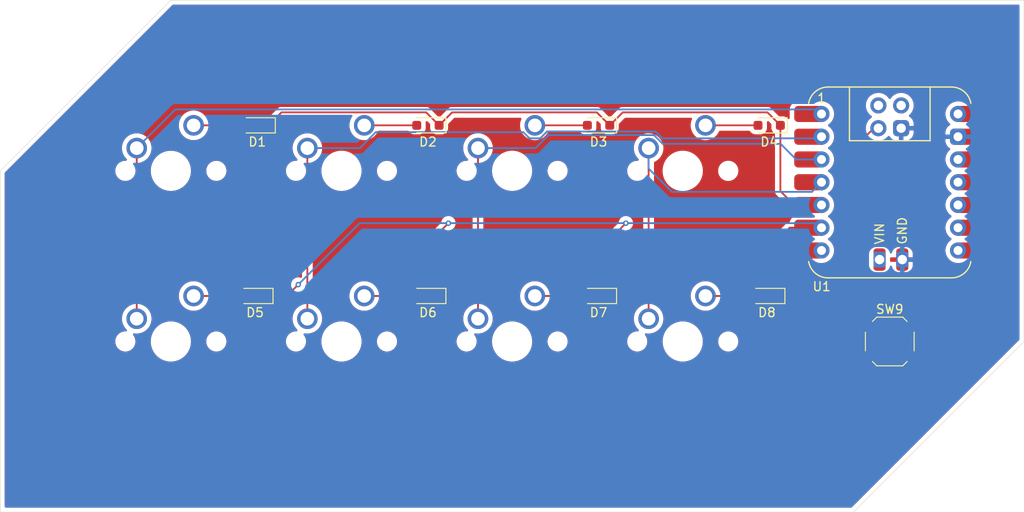
<source format=kicad_pcb>
(kicad_pcb (version 20240108) (generator "pcbnew") (generator_version "8.0")
  (layers (0 "F.Cu" signal) (31 "B.Cu" signal) (34 "B.Paste" user) (35 "F.Paste" user) (36 "B.SilkS" user "B.Silkscreen") (37 "F.SilkS" user "F.Silkscreen") (38 "B.Mask" user) (39 "F.Mask" user) (44 "Edge.Cuts" user))
  (net 0 "")
  (net 1 "Net-(D1-A)")
  (net 2 "row0")
  (net 3 "Net-(D2-A)")
  (net 4 "Net-(D3-A)")
  (net 5 "Net-(D4-A)")
  (net 6 "Net-(D5-A)")
  (net 7 "row1")
  (net 8 "Net-(D6-A)")
  (net 9 "Net-(D7-A)")
  (net 10 "Net-(D8-A)")
  (net 11 "rst")
  (net 12 "GND")
  (net 17 "col2")
  (net 18 "col0")
  (net 20 "col3")
  (net 23 "col1")
  (footprint "Diode_SMD:D_SOD-323_HandSoldering" (layer "F.Cu") (at 47.752 33.02 180)
    (property "Reference" "D1" (at 0 -1.850001 360) (layer "F.SilkS"))
    (property "Value" "D")
    (fp_line (start -2.01 0.85) (end 1.25 0.85) (stroke (width 0.12)) (layer "F.SilkS"))
    (fp_line (start -2.01 -0.85) (end 1.25 -0.85) (stroke (width 0.12)) (layer "F.SilkS"))
    (fp_line (start -2.01 -0.85) (end -2.01 0.85) (stroke (width 0.12)) (layer "F.SilkS"))
    (pad "1" smd roundrect (at -1.249999 0 180) (size 1 1) (layers "F.Cu" "F.Paste" "F.Mask") (net 2 "row0"))
    (pad "2" smd roundrect (at 1.249999 0 180) (size 1 1) (layers "F.Cu" "F.Paste" "F.Mask") (net 1 "Net-(D1-A)"))
  )
  (footprint "Diode_SMD:D_SOD-323_HandSoldering" (layer "F.Cu") (at 66.802 52.07 180)
    (property "Reference" "D6" (at 0 -1.850001 0) (layer "F.SilkS"))
    (property "Value" "D")
    (fp_line (start -2.01 0.85) (end 1.25 0.85) (stroke (width 0.12)) (layer "F.SilkS"))
    (fp_line (start -2.01 -0.85) (end 1.25 -0.85) (stroke (width 0.12)) (layer "F.SilkS"))
    (fp_line (start -2.01 -0.85) (end -2.01 0.85) (stroke (width 0.12)) (layer "F.SilkS"))
    (pad "1" smd roundrect (at -1.249999 0 180) (size 1 1) (layers "F.Cu" "F.Paste" "F.Mask") (net 7 "row1"))
    (pad "2" smd roundrect (at 1.249999 0 180) (size 1 1) (layers "F.Cu" "F.Paste" "F.Mask") (net 8 "Net-(D6-A)"))
  )
  (footprint "Diode_SMD:D_SOD-323_HandSoldering" (layer "F.Cu") (at 85.852 33.02 180)
    (property "Reference" "D3" (at 0 -1.850001 360) (layer "F.SilkS"))
    (property "Value" "D")
    (fp_line (start -2.01 0.85) (end 1.25 0.85) (stroke (width 0.12)) (layer "F.SilkS"))
    (fp_line (start -2.01 -0.85) (end 1.25 -0.85) (stroke (width 0.12)) (layer "F.SilkS"))
    (fp_line (start -2.01 -0.85) (end -2.01 0.85) (stroke (width 0.12)) (layer "F.SilkS"))
    (pad "1" smd roundrect (at -1.249999 0 180) (size 1 1) (layers "F.Cu" "F.Paste" "F.Mask") (net 2 "row0"))
    (pad "2" smd roundrect (at 1.249999 0 180) (size 1 1) (layers "F.Cu" "F.Paste" "F.Mask") (net 4 "Net-(D3-A)"))
  )
  (footprint "PCM_marbastlib-mx:SW_MX_1u" (layer "F.Cu") (at 38.1 38.1)
    (property "Reference" "SW1" (hide yes))
    (property "Value" "SW_Push")
    (pad "" np_thru_hole circle (at -5.08 0) (size 1.75 1.75) (drill 1.75) (layers "*.Cu" "*.Mask"))
    (pad "" np_thru_hole circle (at 0 0) (size 3.9878 3.9878) (drill 3.9878) (layers "*.Cu" "*.Mask"))
    (pad "" np_thru_hole circle (at 5.08 0) (size 1.75 1.75) (drill 1.75) (layers "*.Cu" "*.Mask"))
    (pad "1" thru_hole circle (at -3.81 -2.54) (size 2.3 2.3) (drill 1.524) (layers "*.Cu" "B.Mask") (net 18 "col0"))
    (pad "2" thru_hole circle (at 2.54 -5.08) (size 2.3 2.3) (drill 1.524) (layers "*.Cu" "B.Mask") (net 1 "Net-(D1-A)"))
  )
  (footprint "PCM_marbastlib-mx:SW_MX_1u" (layer "F.Cu") (at 95.25 57.15)
    (property "Reference" "SW8" (hide yes))
    (property "Value" "SW_Push")
    (pad "" np_thru_hole circle (at -5.08 0) (size 1.75 1.75) (drill 1.75) (layers "*.Cu" "*.Mask"))
    (pad "" np_thru_hole circle (at 0 0) (size 3.9878 3.9878) (drill 3.9878) (layers "*.Cu" "*.Mask"))
    (pad "" np_thru_hole circle (at 5.08 0) (size 1.75 1.75) (drill 1.75) (layers "*.Cu" "*.Mask"))
    (pad "1" thru_hole circle (at -3.81 -2.54) (size 2.3 2.3) (drill 1.524) (layers "*.Cu" "B.Mask") (net 20 "col3"))
    (pad "2" thru_hole circle (at 2.54 -5.08) (size 2.3 2.3) (drill 1.524) (layers "*.Cu" "B.Mask") (net 10 "Net-(D8-A)"))
  )
  (footprint "Diode_SMD:D_SOD-323_HandSoldering" (layer "F.Cu") (at 85.852 52.07 180)
    (property "Reference" "D7" (at 0 -1.850001 360) (layer "F.SilkS"))
    (property "Value" "D")
    (fp_line (start -2.01 0.85) (end 1.25 0.85) (stroke (width 0.12)) (layer "F.SilkS"))
    (fp_line (start -2.01 -0.85) (end 1.25 -0.85) (stroke (width 0.12)) (layer "F.SilkS"))
    (fp_line (start -2.01 -0.85) (end -2.01 0.85) (stroke (width 0.12)) (layer "F.SilkS"))
    (pad "1" smd roundrect (at -1.249999 0 180) (size 1 1) (layers "F.Cu" "F.Paste" "F.Mask") (net 7 "row1"))
    (pad "2" smd roundrect (at 1.249999 0 180) (size 1 1) (layers "F.Cu" "F.Paste" "F.Mask") (net 9 "Net-(D7-A)"))
  )
  (footprint "PCM_marbastlib-mx:SW_MX_1u" (layer "F.Cu") (at 57.15 57.15)
    (property "Reference" "SW6" (hide yes))
    (property "Value" "SW_Push")
    (pad "" np_thru_hole circle (at -5.08 0) (size 1.75 1.75) (drill 1.75) (layers "*.Cu" "*.Mask"))
    (pad "" np_thru_hole circle (at 0 0) (size 3.9878 3.9878) (drill 3.9878) (layers "*.Cu" "*.Mask"))
    (pad "" np_thru_hole circle (at 5.08 0) (size 1.75 1.75) (drill 1.75) (layers "*.Cu" "*.Mask"))
    (pad "1" thru_hole circle (at -3.81 -2.54) (size 2.3 2.3) (drill 1.524) (layers "*.Cu" "B.Mask") (net 23 "col1"))
    (pad "2" thru_hole circle (at 2.54 -5.08) (size 2.3 2.3) (drill 1.524) (layers "*.Cu" "B.Mask") (net 8 "Net-(D6-A)"))
  )
  (footprint "Diode_SMD:D_SOD-323_HandSoldering" (layer "F.Cu") (at 66.802 33.02 180)
    (property "Reference" "D2" (at 0 -1.850001 360) (layer "F.SilkS"))
    (property "Value" "D")
    (fp_line (start -2.01 0.85) (end 1.25 0.85) (stroke (width 0.12)) (layer "F.SilkS"))
    (fp_line (start -2.01 -0.85) (end 1.25 -0.85) (stroke (width 0.12)) (layer "F.SilkS"))
    (fp_line (start -2.01 -0.85) (end -2.01 0.85) (stroke (width 0.12)) (layer "F.SilkS"))
    (pad "1" smd roundrect (at -1.249999 0 180) (size 1 1) (layers "F.Cu" "F.Paste" "F.Mask") (net 2 "row0"))
    (pad "2" smd roundrect (at 1.249999 0 180) (size 1 1) (layers "F.Cu" "F.Paste" "F.Mask") (net 3 "Net-(D2-A)"))
  )
  (footprint "PCM_marbastlib-mx:SW_MX_1u" (layer "F.Cu") (at 76.2 57.15)
    (property "Reference" "SW7" (hide yes))
    (property "Value" "SW_Push")
    (pad "" np_thru_hole circle (at -5.08 0) (size 1.75 1.75) (drill 1.75) (layers "*.Cu" "*.Mask"))
    (pad "" np_thru_hole circle (at 0 0) (size 3.9878 3.9878) (drill 3.9878) (layers "*.Cu" "*.Mask"))
    (pad "" np_thru_hole circle (at 5.08 0) (size 1.75 1.75) (drill 1.75) (layers "*.Cu" "*.Mask"))
    (pad "1" thru_hole circle (at -3.81 -2.54) (size 2.3 2.3) (drill 1.524) (layers "*.Cu" "B.Mask") (net 17 "col2"))
    (pad "2" thru_hole circle (at 2.54 -5.08) (size 2.3 2.3) (drill 1.524) (layers "*.Cu" "B.Mask") (net 9 "Net-(D7-A)"))
  )
  (footprint "PCM_marbastlib-xp-promicroish:Xiao_rp2040_ACH" (layer "F.Cu") (at 118.364 39.37)
    (property "Reference" "U1" (at -6.5 11.65 0) (layer "F.SilkS") (effects (justify right)))
    (property "Value" "Seeeduino Xiao rp2040")
    (fp_line (start -6.890001 -10.63) (end 6.889999 -10.63) (stroke (width 0.15)) (layer "F.SilkS"))
    (fp_line (start -4.500881 -4.6355) (end -4.500881 -10.63) (stroke (width 0.15)) (layer "F.SilkS"))
    (fp_line (start 4.500879 -4.6355) (end -4.500881 -4.6355) (stroke (width 0.15)) (layer "F.SilkS"))
    (fp_line (start 4.500879 -4.6355) (end 4.500879 -10.63) (stroke (width 0.15)) (layer "F.SilkS"))
    (fp_line (start 6.889999 10.6775) (end -6.890001 10.6775) (stroke (width 0.15)) (layer "F.SilkS"))
    (fp_arc (start -9.055742 -8.816738) (mid -8.302299 -10.116834) (end -6.890001 -10.63) (stroke (width 0.15)) (layer "F.SilkS"))
    (fp_arc (start -6.89 10.6775) (mid -8.302299 10.164335) (end -9.055742 8.864239) (stroke (width 0.15)) (layer "F.SilkS"))
    (fp_arc (start 6.889999 -10.63) (mid 8.302298 -10.116835) (end 9.05574 -8.816738) (stroke (width 0.15)) (layer "F.SilkS"))
    (fp_arc (start 9.05574 8.864238) (mid 8.302298 10.164335) (end 6.889999 10.6775) (stroke (width 0.15)) (layer "F.SilkS"))
    (fp_text user "1" (at -7.62 -8.82 0) (layer "F.SilkS") (effects (justify bottom)))
    (fp_text user "GND" (at 1.39827 7.036 90) (layer "F.SilkS") (effects (justify left)))
    (fp_text user "VIN" (at -1.14173 7.036 90) (layer "F.SilkS") (effects (justify left)))
    (pad "1" smd roundrect (at -8.92 -7.62) (size 3.5 1.8) (layers "F.Cu" "F.Mask") (net 18 "col0"))
    (pad "1" thru_hole circle (at -7.62 -7.62) (size 1.8 1.8) (drill 1) (layers "*.Cu" "*.Mask") (net 18 "col0"))
    (pad "2" smd roundrect (at -8.92 -5.08) (size 3.5 1.8) (layers "F.Cu" "F.Mask") (net 23 "col1"))
    (pad "2" thru_hole circle (at -7.62 -5.08) (size 1.8 1.8) (drill 1) (layers "*.Cu" "*.Mask") (net 23 "col1"))
    (pad "3" smd roundrect (at -8.92 -2.54) (size 3.5 1.8) (layers "F.Cu" "F.Mask") (net 17 "col2"))
    (pad "3" thru_hole circle (at -7.62 -2.54) (size 1.8 1.8) (drill 1) (layers "*.Cu" "*.Mask") (net 17 "col2"))
    (pad "4" smd roundrect (at -8.92 0) (size 3.5 1.8) (layers "F.Cu" "F.Mask") (net 20 "col3"))
    (pad "4" thru_hole circle (at -7.62 0) (size 1.8 1.8) (drill 1) (layers "*.Cu" "*.Mask") (net 20 "col3"))
    (pad "5" smd roundrect (at -8.92 2.54) (size 3.5 1.8) (layers "F.Cu" "F.Mask") (net 2 "row0"))
    (pad "5" thru_hole circle (at -7.62 2.54) (size 1.8 1.8) (drill 1) (layers "*.Cu" "*.Mask") (net 2 "row0"))
    (pad "6" smd roundrect (at -8.92 5.08) (size 3.5 1.8) (layers "F.Cu" "F.Mask") (net 7 "row1"))
    (pad "6" thru_hole circle (at -7.62 5.08) (size 1.8 1.8) (drill 1) (layers "*.Cu" "*.Mask") (net 7 "row1"))
    (pad "7" smd roundrect (at -8.92 7.62) (size 3.5 1.8) (layers "F.Cu" "F.Mask"))
    (pad "7" thru_hole circle (at -7.62 7.62) (size 1.8 1.8) (drill 1) (layers "*.Cu" "*.Mask"))
    (pad "8" thru_hole circle (at 7.62 -7.62 180) (size 1.8 1.8) (drill 1) (layers "*.Cu" "*.Mask"))
    (pad "8" smd roundrect (at 8.92 -7.62 180) (size 3.5 1.8) (layers "F.Cu" "F.Mask"))
    (pad "9" thru_hole roundrect (at 7.62 -5.08 180) (size 1.8 1.8) (drill 1) (layers "*.Cu" "*.Mask") (net 12 "GND"))
    (pad "9" smd roundrect (at 8.92 -5.08 180) (size 3.5 1.8) (layers "F.Cu" "F.Mask") (net 12 "GND"))
    (pad "10" thru_hole circle (at 7.62 -2.54 180) (size 1.8 1.8) (drill 1) (layers "*.Cu" "*.Mask"))
    (pad "10" smd roundrect (at 8.92 -2.539999 180) (size 3.5 1.8) (layers "F.Cu" "F.Mask"))
    (pad "11" thru_hole circle (at 7.62 0 180) (size 1.8 1.8) (drill 1) (layers "*.Cu" "*.Mask"))
    (pad "11" smd roundrect (at 8.92 0 180) (size 3.5 1.8) (layers "F.Cu" "F.Mask"))
    (pad "12" thru_hole circle (at 7.62 2.54 180) (size 1.8 1.8) (drill 1) (layers "*.Cu" "*.Mask"))
    (pad "12" smd roundrect (at 8.92 2.54 180) (size 3.5 1.8) (layers "F.Cu" "F.Mask"))
    (pad "13" thru_hole circle (at 7.62 5.08) (size 1.8 1.8) (drill 1) (layers "*.Cu" "*.Mask"))
    (pad "13" smd roundrect (at 8.92 5.08) (size 3.5 1.8) (layers "F.Cu" "F.Mask"))
    (pad "14" thru_hole circle (at 7.62 7.62) (size 1.8 1.8) (drill 1) (layers "*.Cu" "*.Mask"))
    (pad "14" smd roundrect (at 8.92 7.62) (size 3.5 1.8) (layers "F.Cu" "F.Mask"))
    (pad "17" thru_hole roundrect (at -1.14173 8.636 90) (size 1.8 1.35) (drill 1.05) (layers "*.Cu" "*.Mask"))
    (pad "17" smd roundrect (at -1.14173 8.636 90) (size 2.5 1.35) (layers "F.Cu" "F.Mask"))
    (pad "18" thru_hole roundrect (at 1.39827 8.636 90) (size 1.8 1.35) (drill 1.05) (layers "*.Cu" "*.Mask") (net 12 "GND"))
    (pad "18" smd roundrect (at 1.39827 8.636 90) (size 2.5 1.35) (layers "F.Cu" "F.Mask") (net 12 "GND"))
    (pad "19" thru_hole circle (at -1.27 -8.5725 180) (size 1.8 1.8) (drill 1.05) (layers "*.Cu" "*.Mask"))
    (pad "20" thru_hole circle (at 1.27 -8.5725 180) (size 1.8 1.8) (drill 1.05) (layers "*.Cu" "*.Mask"))
    (pad "21" thru_hole circle (at -1.27 -6.0325 180) (size 1.8 1.8) (drill 1.05) (layers "*.Cu" "*.Mask") (net 11 "rst"))
    (pad "22" thru_hole roundrect (at 1.27 -6.0325 180) (size 1.8 1.8) (drill 1.05) (layers "*.Cu" "*.Mask") (net 12 "GND"))
  )
  (footprint "Diode_SMD:D_SOD-323_HandSoldering" (layer "F.Cu") (at 104.648 52.07 180)
    (property "Reference" "D8" (at 0 -1.850001 360) (layer "F.SilkS"))
    (property "Value" "D")
    (fp_line (start -2.01 0.85) (end 1.25 0.85) (stroke (width 0.12)) (layer "F.SilkS"))
    (fp_line (start -2.01 -0.85) (end 1.25 -0.85) (stroke (width 0.12)) (layer "F.SilkS"))
    (fp_line (start -2.01 -0.85) (end -2.01 0.85) (stroke (width 0.12)) (layer "F.SilkS"))
    (pad "1" smd roundrect (at -1.249999 0 180) (size 1 1) (layers "F.Cu" "F.Paste" "F.Mask") (net 7 "row1"))
    (pad "2" smd roundrect (at 1.249999 0 180) (size 1 1) (layers "F.Cu" "F.Paste" "F.Mask") (net 10 "Net-(D8-A)"))
  )
  (footprint "Diode_SMD:D_SOD-323_HandSoldering" (layer "F.Cu") (at 104.902 33.02 180)
    (property "Reference" "D4" (at 0 -1.850001 360) (layer "F.SilkS"))
    (property "Value" "D")
    (fp_line (start -2.01 0.85) (end 1.25 0.85) (stroke (width 0.12)) (layer "F.SilkS"))
    (fp_line (start -2.01 -0.85) (end 1.25 -0.85) (stroke (width 0.12)) (layer "F.SilkS"))
    (fp_line (start -2.01 -0.85) (end -2.01 0.85) (stroke (width 0.12)) (layer "F.SilkS"))
    (pad "1" smd roundrect (at -1.249999 0 180) (size 1 1) (layers "F.Cu" "F.Paste" "F.Mask") (net 2 "row0"))
    (pad "2" smd roundrect (at 1.249999 0 180) (size 1 1) (layers "F.Cu" "F.Paste" "F.Mask") (net 5 "Net-(D4-A)"))
  )
  (footprint "PCM_marbastlib-mx:SW_MX_1u" (layer "F.Cu") (at 57.15 38.1)
    (property "Reference" "SW2" (hide yes))
    (property "Value" "SW_Push")
    (pad "" np_thru_hole circle (at -5.08 0) (size 1.75 1.75) (drill 1.75) (layers "*.Cu" "*.Mask"))
    (pad "" np_thru_hole circle (at 0 0) (size 3.9878 3.9878) (drill 3.9878) (layers "*.Cu" "*.Mask"))
    (pad "" np_thru_hole circle (at 5.08 0) (size 1.75 1.75) (drill 1.75) (layers "*.Cu" "*.Mask"))
    (pad "1" thru_hole circle (at -3.81 -2.54) (size 2.3 2.3) (drill 1.524) (layers "*.Cu" "B.Mask") (net 23 "col1"))
    (pad "2" thru_hole circle (at 2.54 -5.08) (size 2.3 2.3) (drill 1.524) (layers "*.Cu" "B.Mask") (net 3 "Net-(D2-A)"))
  )
  (footprint "Diode_SMD:D_SOD-323_HandSoldering" (layer "F.Cu") (at 47.498 52.07 180)
    (property "Reference" "D5" (at 0 -1.850001 360) (layer "F.SilkS"))
    (property "Value" "D")
    (fp_line (start -2.01 0.85) (end 1.25 0.85) (stroke (width 0.12)) (layer "F.SilkS"))
    (fp_line (start -2.01 -0.85) (end 1.25 -0.85) (stroke (width 0.12)) (layer "F.SilkS"))
    (fp_line (start -2.01 -0.85) (end -2.01 0.85) (stroke (width 0.12)) (layer "F.SilkS"))
    (pad "1" smd roundrect (at -1.249999 0 180) (size 1 1) (layers "F.Cu" "F.Paste" "F.Mask") (net 7 "row1"))
    (pad "2" smd roundrect (at 1.249999 0 180) (size 1 1) (layers "F.Cu" "F.Paste" "F.Mask") (net 6 "Net-(D5-A)"))
  )
  (footprint "PCM_marbastlib-various:SW_SPST_SKQG_WithStem" (layer "F.Cu") (at 118.364 57.15)
    (property "Reference" "SW9" (at 0 -3.6 0) (layer "F.SilkS"))
    (property "Value" "SW_Push")
    (fp_line (start -2.72 1.04) (end -2.72 -1.04) (stroke (width 0.12)) (layer "F.SilkS"))
    (fp_line (start -1.45 -2.72) (end -1.94 -2.23) (stroke (width 0.12)) (layer "F.SilkS"))
    (fp_line (start -1.45 -2.72) (end 1.45 -2.72) (stroke (width 0.12)) (layer "F.SilkS"))
    (fp_line (start -1.45 2.72) (end -1.94 2.23) (stroke (width 0.12)) (layer "F.SilkS"))
    (fp_line (start -1.45 2.72) (end 1.45 2.72) (stroke (width 0.12)) (layer "F.SilkS"))
    (fp_line (start 1.45 -2.72) (end 1.94 -2.23) (stroke (width 0.12)) (layer "F.SilkS"))
    (fp_line (start 1.45 2.72) (end 1.94 2.23) (stroke (width 0.12)) (layer "F.SilkS"))
    (fp_line (start 2.72 1.04) (end 2.72 -1.04) (stroke (width 0.12)) (layer "F.SilkS"))
    (pad "1" smd roundrect (at -3.1 -1.85) (size 1.8 1.1) (layers "F.Cu" "F.Paste" "F.Mask") (net 11 "rst"))
    (pad "1" smd roundrect (at 3.1 -1.85) (size 1.8 1.1) (layers "F.Cu" "F.Paste" "F.Mask") (net 11 "rst"))
    (pad "2" smd roundrect (at -3.1 1.85) (size 1.8 1.1) (layers "F.Cu" "F.Paste" "F.Mask") (net 12 "GND"))
    (pad "2" smd roundrect (at 3.1 1.85) (size 1.8 1.1) (layers "F.Cu" "F.Paste" "F.Mask") (net 12 "GND"))
    (zone (net 0) (net_name "") (layer "F.Cu") (connect_pads (clearance 0)) (min_thickness 0.254)
      (keepout (tracks not_allowed) (vias not_allowed) (pads not_allowed) (copperpour not_allowed) (footprints not_allowed))
      (fill (thermal_gap 0.508) (thermal_bridge_width 0.508))
      (polygon (pts (xy 114.364 55.85) (xy 117.364 55.85) (xy 117.364 58.45) (xy 114.364 58.45)))
    )
    (zone (net 0) (net_name "") (layer "F.Cu") (connect_pads (clearance 0)) (min_thickness 0.254)
      (keepout (tracks not_allowed) (vias not_allowed) (pads not_allowed) (copperpour not_allowed) (footprints not_allowed))
      (fill (thermal_gap 0.508) (thermal_bridge_width 0.508))
      (polygon (pts (xy 119.364 55.85) (xy 122.364 55.85) (xy 122.364 58.45) (xy 119.364 58.45)))
    )
  )
  (footprint "PCM_marbastlib-mx:SW_MX_1u" (layer "F.Cu") (at 76.2 38.1)
    (property "Reference" "SW3" (hide yes))
    (property "Value" "SW_Push")
    (pad "" np_thru_hole circle (at -5.08 0) (size 1.75 1.75) (drill 1.75) (layers "*.Cu" "*.Mask"))
    (pad "" np_thru_hole circle (at 0 0) (size 3.9878 3.9878) (drill 3.9878) (layers "*.Cu" "*.Mask"))
    (pad "" np_thru_hole circle (at 5.08 0) (size 1.75 1.75) (drill 1.75) (layers "*.Cu" "*.Mask"))
    (pad "1" thru_hole circle (at -3.81 -2.54) (size 2.3 2.3) (drill 1.524) (layers "*.Cu" "B.Mask") (net 17 "col2"))
    (pad "2" thru_hole circle (at 2.54 -5.08) (size 2.3 2.3) (drill 1.524) (layers "*.Cu" "B.Mask") (net 4 "Net-(D3-A)"))
  )
  (footprint "PCM_marbastlib-mx:SW_MX_1u" (layer "F.Cu") (at 38.1 57.15)
    (property "Reference" "SW5" (hide yes))
    (property "Value" "SW_Push")
    (pad "" np_thru_hole circle (at -5.08 0) (size 1.75 1.75) (drill 1.75) (layers "*.Cu" "*.Mask"))
    (pad "" np_thru_hole circle (at 0 0) (size 3.9878 3.9878) (drill 3.9878) (layers "*.Cu" "*.Mask"))
    (pad "" np_thru_hole circle (at 5.08 0) (size 1.75 1.75) (drill 1.75) (layers "*.Cu" "*.Mask"))
    (pad "1" thru_hole circle (at -3.81 -2.54) (size 2.3 2.3) (drill 1.524) (layers "*.Cu" "B.Mask") (net 18 "col0"))
    (pad "2" thru_hole circle (at 2.54 -5.08) (size 2.3 2.3) (drill 1.524) (layers "*.Cu" "B.Mask") (net 6 "Net-(D5-A)"))
  )
  (footprint "PCM_marbastlib-mx:SW_MX_1u" (layer "F.Cu") (at 95.25 38.1)
    (property "Reference" "SW4" (hide yes))
    (property "Value" "SW_Push")
    (pad "" np_thru_hole circle (at -5.08 0) (size 1.75 1.75) (drill 1.75) (layers "*.Cu" "*.Mask"))
    (pad "" np_thru_hole circle (at 0 0) (size 3.9878 3.9878) (drill 3.9878) (layers "*.Cu" "*.Mask"))
    (pad "" np_thru_hole circle (at 5.08 0) (size 1.75 1.75) (drill 1.75) (layers "*.Cu" "*.Mask"))
    (pad "1" thru_hole circle (at -3.81 -2.54) (size 2.3 2.3) (drill 1.524) (layers "*.Cu" "B.Mask") (net 20 "col3"))
    (pad "2" thru_hole circle (at 2.54 -5.08) (size 2.3 2.3) (drill 1.524) (layers "*.Cu" "B.Mask") (net 5 "Net-(D4-A)"))
  )
  (gr_poly (pts (xy 19.05 38.1) (xy 38.1 19.05) (xy 133.35 19.05) (xy 133.35 57.15) (xy 114.3 76.2) (xy 19.05 76.2)) (stroke (width 0.05)) (fill none) (layer "Edge.Cuts"))
  (segment (start 46.502001 33.02) (end 40.64 33.02) (width 0.2) (layer "F.Cu") (net 1))
  (segment (start 49.001999 33.02) (end 50.451999 31.57) (width 0.2) (layer "F.Cu") (net 2))
  (segment (start 50.451999 31.57) (end 66.601999 31.57) (width 0.2) (layer "F.Cu") (net 2))
  (segment (start 106.151999 40.367998) (end 107.694001 41.91) (width 0.2) (layer "F.Cu") (net 2))
  (segment (start 66.601999 31.57) (end 68.051999 33.02) (width 0.2) (layer "F.Cu") (net 2))
  (segment (start 106.151999 33.02) (end 106.151999 40.367998) (width 0.2) (layer "F.Cu") (net 2))
  (segment (start 107.694001 41.91) (end 110.744 41.91) (width 0.2) (layer "F.Cu") (net 2))
  (segment (start 88.551999 31.57) (end 87.101999 33.02) (width 0.2) (layer "F.Cu") (net 2))
  (segment (start 106.151999 33.02) (end 104.701999 31.57) (width 0.2) (layer "F.Cu") (net 2))
  (segment (start 69.501999 31.57) (end 85.651999 31.57) (width 0.2) (layer "F.Cu") (net 2))
  (segment (start 104.701999 31.57) (end 88.551999 31.57) (width 0.2) (layer "F.Cu") (net 2))
  (segment (start 68.051999 33.02) (end 69.501999 31.57) (width 0.2) (layer "F.Cu") (net 2))
  (segment (start 85.651999 31.57) (end 87.101999 33.02) (width 0.2) (layer "F.Cu") (net 2))
  (segment (start 65.552001 33.02) (end 59.69 33.02) (width 0.2) (layer "F.Cu") (net 3))
  (segment (start 84.602001 33.02) (end 78.74 33.02) (width 0.2) (layer "F.Cu") (net 4))
  (segment (start 97.79 33.02) (end 103.652001 33.02) (width 0.2) (layer "F.Cu") (net 5))
  (segment (start 40.64 52.07) (end 46.248001 52.07) (width 0.2) (layer "F.Cu") (net 6))
  (segment (start 51.054 52.07) (end 52.324 50.8) (width 0.2) (layer "F.Cu") (net 7))
  (segment (start 110.744 44.45) (end 107.186001 44.45) (width 0.2) (layer "F.Cu") (net 7))
  (segment (start 48.747999 52.07) (end 51.054 52.07) (width 0.2) (layer "F.Cu") (net 7))
  (segment (start 87.101999 45.740001) (end 88.9 43.942) (width 0.2) (layer "F.Cu") (net 7))
  (segment (start 105.897999 52.07) (end 105.897999 45.738002) (width 0.2) (layer "F.Cu") (net 7))
  (segment (start 68.051999 52.07) (end 68.051999 44.978001) (width 0.2) (layer "F.Cu") (net 7))
  (segment (start 68.051999 44.978001) (end 69.088 43.942) (width 0.2) (layer "F.Cu") (net 7))
  (segment (start 107.186001 44.45) (end 105.897999 45.738002) (width 0.2) (layer "F.Cu") (net 7))
  (segment (start 87.101999 52.07) (end 87.101999 45.740001) (width 0.2) (layer "F.Cu") (net 7))
  (via (at 88.9 43.942) (size 0.6) (drill 0.3) (layers "F.Cu" "B.Cu") (net 7))
  (via (at 52.324 50.8) (size 0.6) (drill 0.3) (layers "F.Cu" "B.Cu") (net 7))
  (via (at 69.088 43.942) (size 0.6) (drill 0.3) (layers "F.Cu" "B.Cu") (net 7))
  (segment (start 59.182 43.942) (end 69.088 43.942) (width 0.2) (layer "B.Cu") (net 7))
  (segment (start 52.324 50.8) (end 59.182 43.942) (width 0.2) (layer "B.Cu") (net 7))
  (segment (start 88.9 43.942) (end 110.744 43.942) (width 0.2) (layer "B.Cu") (net 7))
  (segment (start 69.088 43.942) (end 88.9 43.942) (width 0.2) (layer "B.Cu") (net 7))
  (segment (start 59.69 52.07) (end 65.552001 52.07) (width 0.2) (layer "F.Cu") (net 8))
  (segment (start 78.74 52.07) (end 84.602001 52.07) (width 0.2) (layer "F.Cu") (net 9))
  (segment (start 97.79 52.07) (end 103.398001 52.07) (width 0.2) (layer "F.Cu") (net 10))
  (segment (start 115.264 55.3) (end 121.464 55.3) (width 0.2) (layer "F.Cu") (net 11))
  (segment (start 115.264 55.3) (end 115.264 34.6595) (width 0.2) (layer "F.Cu") (net 11))
  (segment (start 115.264 34.6595) (end 117.094 32.8295) (width 0.2) (layer "F.Cu") (net 11))
  (segment (start 115.264 59) (end 121.464 59) (width 0.2) (layer "F.Cu") (net 12))
  (segment (start 72.39 35.56) (end 72.39 54.61) (width 0.2) (layer "F.Cu") (net 17))
  (segment (start 92.04061 34.11) (end 80.266296 34.11) (width 0.2) (layer "B.Cu") (net 17))
  (segment (start 110.744 36.83) (end 107.92 36.83) (width 0.2) (layer "B.Cu") (net 17))
  (segment (start 78.816296 35.56) (end 72.39 35.56) (width 0.2) (layer "B.Cu") (net 17))
  (segment (start 80.266296 34.11) (end 78.816296 35.56) (width 0.2) (layer "B.Cu") (net 17))
  (segment (start 107.92 36.83) (end 106.172 35.082) (width 0.2) (layer "B.Cu") (net 17))
  (segment (start 93.01261 35.082) (end 92.04061 34.11) (width 0.2) (layer "B.Cu") (net 17))
  (segment (start 106.172 35.082) (end 93.01261 35.082) (width 0.2) (layer "B.Cu") (net 17))
  (segment (start 34.29 35.56) (end 34.29 54.61) (width 0.2) (layer "F.Cu") (net 18))
  (segment (start 38.608 31.242) (end 34.29 35.56) (width 0.2) (layer "B.Cu") (net 18))
  (segment (start 110.744 31.242) (end 38.608 31.242) (width 0.2) (layer "B.Cu") (net 18))
  (segment (start 91.44 35.56) (end 91.44 54.61) (width 0.2) (layer "F.Cu") (net 20))
  (segment (start 91.44 37.846) (end 91.44 35.56) (width 0.2) (layer "B.Cu") (net 20))
  (segment (start 110.744 39.37) (end 109.6701 40.4439) (width 0.2) (layer "B.Cu") (net 20))
  (segment (start 109.6701 40.4439) (end 94.0379 40.4439) (width 0.2) (layer "B.Cu") (net 20))
  (segment (start 94.0379 40.4439) (end 91.44 37.846) (width 0.2) (layer "B.Cu") (net 20))
  (segment (start 110.744 38.862) (end 110.744 39.37) (width 0.2) (layer "B.Cu") (net 20))
  (segment (start 53.34 35.56) (end 53.34 54.61) (width 0.2) (layer "F.Cu") (net 23))
  (segment (start 79.34061 34.47) (end 78.13939 34.47) (width 0.2) (layer "B.Cu") (net 23))
  (segment (start 110.056 34.47) (end 92.966296 34.47) (width 0.2) (layer "B.Cu") (net 23))
  (segment (start 92.206296 33.71) (end 80.10061 33.71) (width 0.2) (layer "B.Cu") (net 23))
  (segment (start 78.13939 34.47) (end 77.45139 33.782) (width 0.2) (layer "B.Cu") (net 23))
  (segment (start 80.10061 33.71) (end 79.34061 34.47) (width 0.2) (layer "B.Cu") (net 23))
  (segment (start 77.45139 33.782) (end 60.97861 33.782) (width 0.2) (layer "B.Cu") (net 23))
  (segment (start 110.744 33.782) (end 110.056 34.47) (width 0.2) (layer "B.Cu") (net 23))
  (segment (start 59.20061 35.56) (end 53.34 35.56) (width 0.2) (layer "B.Cu") (net 23))
  (segment (start 92.966296 34.47) (end 92.206296 33.71) (width 0.2) (layer "B.Cu") (net 23))
  (segment (start 60.97861 33.782) (end 59.20061 35.56) (width 0.2) (layer "B.Cu") (net 23))
  (zone (net 12) (net_name "GND") (layers "F&B.Cu") (connect_pads (clearance 0.5)) (min_thickness 0.25) (fill yes (thermal_gap 0.5) (thermal_bridge_width 0.5))
    (polygon (pts (xy 133.35 19.05) (xy 133.35 57.15) (xy 114.3 76.2) (xy 19.05 76.2) (xy 19.05 38.1) (xy 38.1 19.05)))
  )
)
</source>
